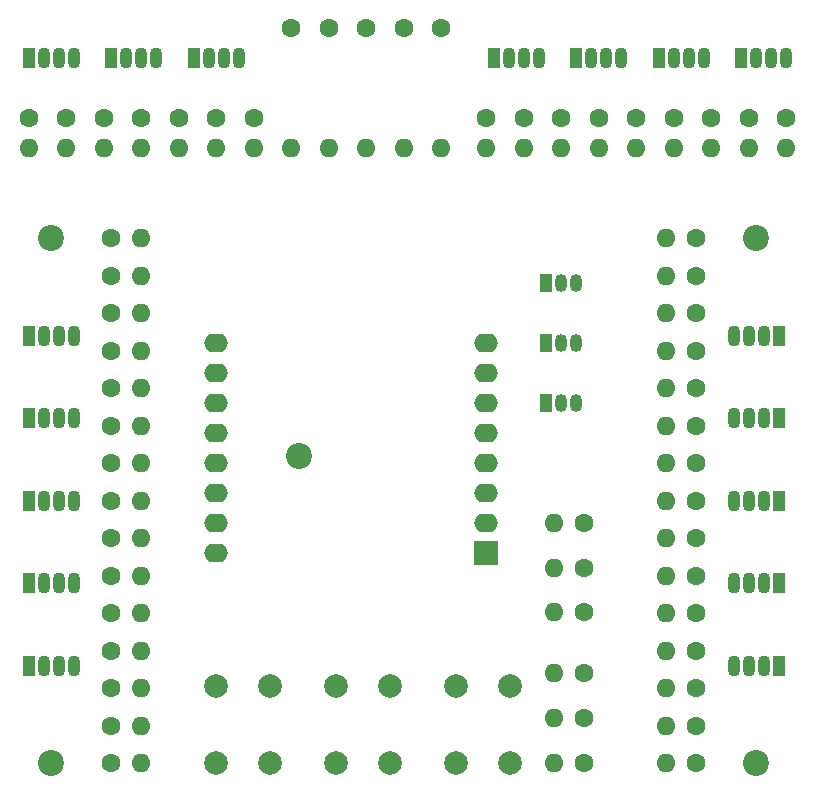
<source format=gbr>
%TF.GenerationSoftware,KiCad,Pcbnew,5.1.10-8.fc34*%
%TF.CreationDate,2021-11-19T15:19:54+01:00*%
%TF.ProjectId,lampe,6c616d70-652e-46b6-9963-61645f706362,rev?*%
%TF.SameCoordinates,Original*%
%TF.FileFunction,Soldermask,Bot*%
%TF.FilePolarity,Negative*%
%FSLAX46Y46*%
G04 Gerber Fmt 4.6, Leading zero omitted, Abs format (unit mm)*
G04 Created by KiCad (PCBNEW 5.1.10-8.fc34) date 2021-11-19 15:19:54*
%MOMM*%
%LPD*%
G01*
G04 APERTURE LIST*
%ADD10O,1.070000X1.800000*%
%ADD11R,1.070000X1.800000*%
%ADD12C,2.200000*%
%ADD13O,1.600000X1.600000*%
%ADD14C,1.600000*%
%ADD15O,2.000000X1.600000*%
%ADD16R,2.000000X2.000000*%
%ADD17C,2.000000*%
%ADD18R,1.050000X1.500000*%
%ADD19O,1.050000X1.500000*%
G04 APERTURE END LIST*
D10*
%TO.C,D9*%
X252095000Y-138430000D03*
X253365000Y-138430000D03*
X254635000Y-138430000D03*
D11*
X255905000Y-138430000D03*
%TD*%
D10*
%TO.C,D4*%
X196215000Y-138430000D03*
X194945000Y-138430000D03*
X193675000Y-138430000D03*
D11*
X192405000Y-138430000D03*
%TD*%
D12*
%TO.C,REF\u002A\u002A*%
X215265000Y-141605000D03*
%TD*%
D13*
%TO.C,B14*%
X227330000Y-115570000D03*
D14*
X227330000Y-105410000D03*
%TD*%
D13*
%TO.C,G14*%
X224155000Y-115570000D03*
D14*
X224155000Y-105410000D03*
%TD*%
D13*
%TO.C,R14*%
X220980000Y-115570000D03*
D14*
X220980000Y-105410000D03*
%TD*%
D13*
%TO.C,B13*%
X217805000Y-115570000D03*
D14*
X217805000Y-105410000D03*
%TD*%
D13*
%TO.C,G13*%
X214630000Y-115570000D03*
D14*
X214630000Y-105410000D03*
%TD*%
D10*
%TO.C,D17*%
X256540000Y-107950000D03*
X255270000Y-107950000D03*
X254000000Y-107950000D03*
D11*
X252730000Y-107950000D03*
%TD*%
D12*
%TO.C,REF\u002A\u002A*%
X194310000Y-123190000D03*
%TD*%
%TO.C,REF\u002A\u002A*%
X254000000Y-123190000D03*
%TD*%
%TO.C,REF\u002A\u002A*%
X254000000Y-167640000D03*
%TD*%
%TO.C,REF\u002A\u002A*%
X194310000Y-167640000D03*
%TD*%
D13*
%TO.C,R5*%
X201930000Y-123190000D03*
D14*
X199390000Y-123190000D03*
%TD*%
D13*
%TO.C,G5*%
X201930000Y-126365000D03*
D14*
X199390000Y-126365000D03*
%TD*%
D10*
%TO.C,D5*%
X196215000Y-131445000D03*
X194945000Y-131445000D03*
X193675000Y-131445000D03*
D11*
X192405000Y-131445000D03*
%TD*%
D13*
%TO.C,B5*%
X201930000Y-129540000D03*
D14*
X199390000Y-129540000D03*
%TD*%
D15*
%TO.C,U1*%
X208280000Y-149860000D03*
X208280000Y-147320000D03*
X208280000Y-144780000D03*
X208280000Y-142240000D03*
X208280000Y-139700000D03*
X208280000Y-137160000D03*
X208280000Y-134620000D03*
X208280000Y-132080000D03*
X231140000Y-132080000D03*
X231140000Y-134620000D03*
X231140000Y-137160000D03*
X231140000Y-139700000D03*
X231140000Y-142240000D03*
X231140000Y-144780000D03*
D16*
X231140000Y-149860000D03*
D15*
X231140000Y-147320000D03*
%TD*%
D17*
%TO.C,Z1*%
X228600000Y-161140000D03*
X233100000Y-161140000D03*
X228600000Y-167640000D03*
X233100000Y-167640000D03*
%TD*%
%TO.C,Y1*%
X218440000Y-161140000D03*
X222940000Y-161140000D03*
X218440000Y-167640000D03*
X222940000Y-167640000D03*
%TD*%
%TO.C,X1*%
X208280000Y-161140000D03*
X212780000Y-161140000D03*
X208280000Y-167640000D03*
X212780000Y-167640000D03*
%TD*%
D13*
%TO.C,R17*%
X250190000Y-115570000D03*
D14*
X250190000Y-113030000D03*
%TD*%
D13*
%TO.C,R16*%
X240665000Y-115570000D03*
D14*
X240665000Y-113030000D03*
%TD*%
D13*
%TO.C,R15*%
X231140000Y-115570000D03*
D14*
X231140000Y-113030000D03*
%TD*%
D13*
%TO.C,R13*%
X211455000Y-115570000D03*
D14*
X211455000Y-113030000D03*
%TD*%
D13*
%TO.C,R12*%
X201930000Y-115570000D03*
D14*
X201930000Y-113030000D03*
%TD*%
D13*
%TO.C,R11*%
X192405000Y-115570000D03*
D14*
X192405000Y-113030000D03*
%TD*%
D13*
%TO.C,R10*%
X246380000Y-123190000D03*
D14*
X248920000Y-123190000D03*
%TD*%
D13*
%TO.C,R9*%
X246380000Y-132715000D03*
D14*
X248920000Y-132715000D03*
%TD*%
D13*
%TO.C,R8*%
X246380000Y-142240000D03*
D14*
X248920000Y-142240000D03*
%TD*%
D13*
%TO.C,R7*%
X246380000Y-151765000D03*
D14*
X248920000Y-151765000D03*
%TD*%
D13*
%TO.C,R6*%
X246380000Y-161290000D03*
D14*
X248920000Y-161290000D03*
%TD*%
D13*
%TO.C,R4*%
X201930000Y-132715000D03*
D14*
X199390000Y-132715000D03*
%TD*%
D13*
%TO.C,R3*%
X201930000Y-142240000D03*
D14*
X199390000Y-142240000D03*
%TD*%
D13*
%TO.C,R2*%
X201930000Y-151765000D03*
D14*
X199390000Y-151765000D03*
%TD*%
D13*
%TO.C,R1*%
X201930000Y-161290000D03*
D14*
X199390000Y-161290000D03*
%TD*%
D13*
%TO.C,G17*%
X253365000Y-115570000D03*
D14*
X253365000Y-113030000D03*
%TD*%
D13*
%TO.C,G16*%
X243840000Y-115570000D03*
D14*
X243840000Y-113030000D03*
%TD*%
D13*
%TO.C,G15*%
X234315000Y-115570000D03*
D14*
X234315000Y-113030000D03*
%TD*%
D13*
%TO.C,G12*%
X205105000Y-115570000D03*
D14*
X205105000Y-113030000D03*
%TD*%
D13*
%TO.C,G11*%
X195580000Y-115570000D03*
D14*
X195580000Y-113030000D03*
%TD*%
D13*
%TO.C,G10*%
X246380000Y-126365000D03*
D14*
X248920000Y-126365000D03*
%TD*%
D13*
%TO.C,RpG9*%
X246380000Y-135890000D03*
D14*
X248920000Y-135890000D03*
%TD*%
D13*
%TO.C,G8*%
X246380000Y-145415000D03*
D14*
X248920000Y-145415000D03*
%TD*%
D13*
%TO.C,G7*%
X246380000Y-154940000D03*
D14*
X248920000Y-154940000D03*
%TD*%
D13*
%TO.C,G6*%
X246380000Y-164465000D03*
D14*
X248920000Y-164465000D03*
%TD*%
D13*
%TO.C,G4*%
X201930000Y-135890000D03*
D14*
X199390000Y-135890000D03*
%TD*%
D13*
%TO.C,G3*%
X201930000Y-145415000D03*
D14*
X199390000Y-145415000D03*
%TD*%
D13*
%TO.C,G2*%
X201930000Y-154940000D03*
D14*
X199390000Y-154940000D03*
%TD*%
D13*
%TO.C,G1*%
X201930000Y-164465000D03*
D14*
X199390000Y-164465000D03*
%TD*%
D13*
%TO.C,B17*%
X256540000Y-115570000D03*
D14*
X256540000Y-113030000D03*
%TD*%
D13*
%TO.C,B16*%
X247015000Y-115570000D03*
D14*
X247015000Y-113030000D03*
%TD*%
D13*
%TO.C,B15*%
X237490000Y-115570000D03*
D14*
X237490000Y-113030000D03*
%TD*%
D13*
%TO.C,B12*%
X208280000Y-115570000D03*
D14*
X208280000Y-113030000D03*
%TD*%
D13*
%TO.C,B11*%
X198755000Y-115570000D03*
D14*
X198755000Y-113030000D03*
%TD*%
D13*
%TO.C,B10*%
X246380000Y-129540000D03*
D14*
X248920000Y-129540000D03*
%TD*%
D13*
%TO.C,RpB9*%
X246380000Y-139065000D03*
D14*
X248920000Y-139065000D03*
%TD*%
D13*
%TO.C,B8*%
X246380000Y-148590000D03*
D14*
X248920000Y-148590000D03*
%TD*%
D13*
%TO.C,B7*%
X246380000Y-158115000D03*
D14*
X248920000Y-158115000D03*
%TD*%
D13*
%TO.C,B6*%
X246380000Y-167640000D03*
D14*
X248920000Y-167640000D03*
%TD*%
D13*
%TO.C,B4*%
X201930000Y-139065000D03*
D14*
X199390000Y-139065000D03*
%TD*%
D13*
%TO.C,B3*%
X201930000Y-148590000D03*
D14*
X199390000Y-148590000D03*
%TD*%
D13*
%TO.C,B2*%
X201930000Y-158115000D03*
D14*
X199390000Y-158115000D03*
%TD*%
D13*
%TO.C,B1*%
X201930000Y-167640000D03*
D14*
X199390000Y-167640000D03*
%TD*%
D13*
%TO.C,RZ1*%
X236855000Y-167640000D03*
D14*
X239395000Y-167640000D03*
%TD*%
D13*
%TO.C,RY1*%
X236855000Y-163830000D03*
D14*
X239395000Y-163830000D03*
%TD*%
D13*
%TO.C,RX1*%
X236855000Y-160020000D03*
D14*
X239395000Y-160020000D03*
%TD*%
D13*
%TO.C,CR1*%
X236855000Y-154813000D03*
D14*
X239395000Y-154813000D03*
%TD*%
D13*
%TO.C,CG1*%
X236855000Y-147320000D03*
D14*
X239395000Y-147320000D03*
%TD*%
D13*
%TO.C,CB1*%
X236855000Y-151130000D03*
D14*
X239395000Y-151130000D03*
%TD*%
D18*
%TO.C,QR1*%
X236220000Y-127000000D03*
D19*
X238760000Y-127000000D03*
X237490000Y-127000000D03*
%TD*%
D18*
%TO.C,QG1*%
X236220000Y-132080000D03*
D19*
X238760000Y-132080000D03*
X237490000Y-132080000D03*
%TD*%
D18*
%TO.C,QB1*%
X236220000Y-137160000D03*
D19*
X238760000Y-137160000D03*
X237490000Y-137160000D03*
%TD*%
D10*
%TO.C,D16*%
X249555000Y-107950000D03*
X248285000Y-107950000D03*
X247015000Y-107950000D03*
D11*
X245745000Y-107950000D03*
%TD*%
D10*
%TO.C,D15*%
X242570000Y-107950000D03*
X241300000Y-107950000D03*
X240030000Y-107950000D03*
D11*
X238760000Y-107950000D03*
%TD*%
D10*
%TO.C,D14*%
X235585000Y-107950000D03*
X234315000Y-107950000D03*
X233045000Y-107950000D03*
D11*
X231775000Y-107950000D03*
%TD*%
D10*
%TO.C,D13*%
X210185000Y-107950000D03*
X208915000Y-107950000D03*
X207645000Y-107950000D03*
D11*
X206375000Y-107950000D03*
%TD*%
D10*
%TO.C,D12*%
X203200000Y-107950000D03*
X201930000Y-107950000D03*
X200660000Y-107950000D03*
D11*
X199390000Y-107950000D03*
%TD*%
D10*
%TO.C,D11*%
X196215000Y-107950000D03*
X194945000Y-107950000D03*
X193675000Y-107950000D03*
D11*
X192405000Y-107950000D03*
%TD*%
D10*
%TO.C,D10*%
X252095000Y-131445000D03*
X253365000Y-131445000D03*
X254635000Y-131445000D03*
D11*
X255905000Y-131445000D03*
%TD*%
D10*
%TO.C,D8*%
X252095000Y-145415000D03*
X253365000Y-145415000D03*
X254635000Y-145415000D03*
D11*
X255905000Y-145415000D03*
%TD*%
D10*
%TO.C,D7*%
X252095000Y-152400000D03*
X253365000Y-152400000D03*
X254635000Y-152400000D03*
D11*
X255905000Y-152400000D03*
%TD*%
D10*
%TO.C,D6*%
X252095000Y-159385000D03*
X253365000Y-159385000D03*
X254635000Y-159385000D03*
D11*
X255905000Y-159385000D03*
%TD*%
D10*
%TO.C,D3*%
X196215000Y-145415000D03*
X194945000Y-145415000D03*
X193675000Y-145415000D03*
D11*
X192405000Y-145415000D03*
%TD*%
D10*
%TO.C,D2*%
X196215000Y-152400000D03*
X194945000Y-152400000D03*
X193675000Y-152400000D03*
D11*
X192405000Y-152400000D03*
%TD*%
D10*
%TO.C,D1*%
X196215000Y-159385000D03*
X194945000Y-159385000D03*
X193675000Y-159385000D03*
D11*
X192405000Y-159385000D03*
%TD*%
M02*

</source>
